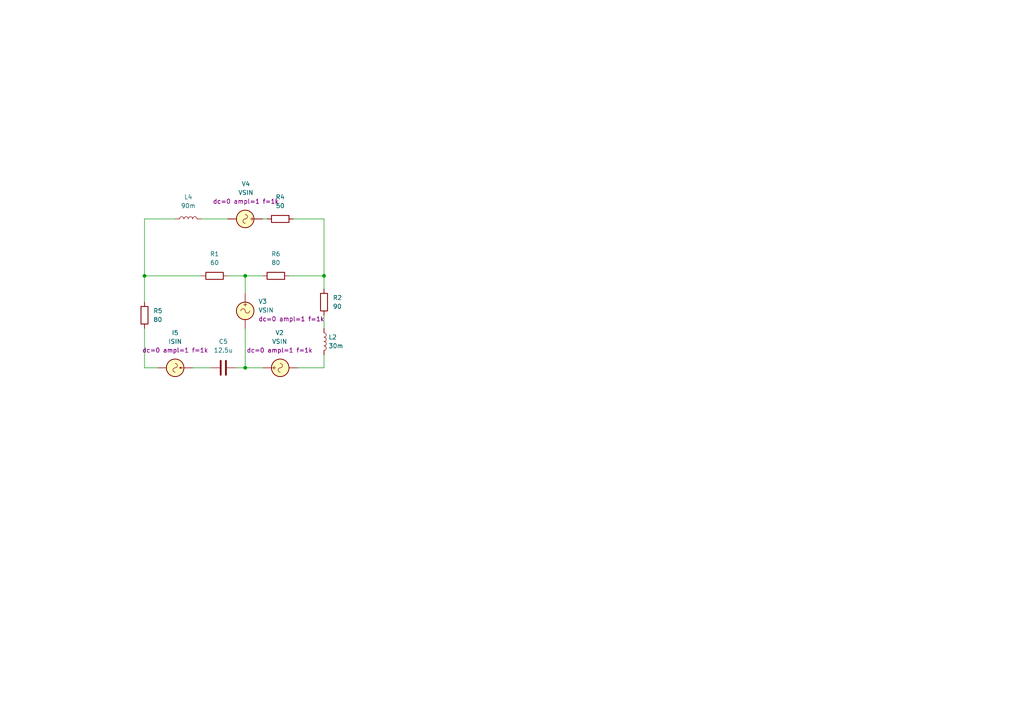
<source format=kicad_sch>
(kicad_sch (version 20211123) (generator eeschema)
  (paper "A4")
  (lib_symbols
    (symbol "Device:C" (pin_numbers hide) (pin_names (offset 0.254))
      (property "Reference" "C" (at 0.635 2.54 0))
      (property "Value" "C" (at 0.635 -2.54 0))
      (symbol "C_0_1"
        (polyline (pts (xy -2.032 -0.762) (xy 2.032 -0.762)) (stroke (width 0.508)))
        (polyline (pts (xy -2.032 0.762) (xy 2.032 0.762)) (stroke (width 0.508)))
      )
      (symbol "C_1_1"
        (pin passive line (at 0 3.81 270) (length 2.794) (name "~") (number "1"))
        (pin passive line (at 0 -3.81 90) (length 2.794) (name "~") (number "2"))
      )
    )
    (symbol "Device:L" (pin_numbers hide) (pin_names (offset 1.016) hide)
      (property "Reference" "L" (at -1.27 0 90))
      (property "Value" "L" (at 1.905 0 90))
      (symbol "L_0_1"
        (arc (start 0 -2.54) (mid 0.635 -1.905) (end 0 -1.27))
        (arc (start 0 -1.27) (mid 0.635 -0.635) (end 0 0))
        (arc (start 0 0) (mid 0.635 0.635) (end 0 1.27))
        (arc (start 0 1.27) (mid 0.635 1.905) (end 0 2.54))
      )
      (symbol "L_1_1"
        (pin passive line (at 0 3.81 270) (length 1.27) (name "1") (number "1"))
        (pin passive line (at 0 -3.81 90) (length 1.27) (name "2") (number "2"))
      )
    )
    (symbol "Device:R" (pin_numbers hide) (pin_names (offset 0))
      (property "Reference" "R" (at 2.032 0 90))
      (property "Value" "R" (at 0 0 90))
      (symbol "R_0_1"
        (rectangle (start -1.016 -2.54) (end 1.016 2.54) (stroke (width 0.254)))
      )
      (symbol "R_1_1"
        (pin passive line (at 0 3.81 270) (length 1.27) (name "~") (number "1"))
        (pin passive line (at 0 -3.81 90) (length 1.27) (name "~") (number "2"))
      )
    )
    (symbol "Simulation_SPICE:ISIN" (pin_numbers hide) (pin_names (offset 0.0254))
      (property "Reference" "I" (at 2.54 2.54 0))
      (property "Value" "ISIN" (at 2.54 0 0))
      (property "Spice_Model" "sin(0 1 1k)" (at 2.54 -2.54 0))
      (symbol "ISIN_0_0"
        (arc (start 0 0) (mid -0.635 0.635) (end -1.27 0))
        (arc (start 0 0) (mid 0.635 -0.635) (end 1.27 0))
      )
      (symbol "ISIN_0_1"
        (polyline (pts (xy 0 1.27) (xy 0 2.286)))
        (polyline (pts (xy -0.254 1.778) (xy 0 1.27) (xy 0.254 1.778)))
        (circle (center 0 0) (radius 2.54) (stroke (width 0.254)) (fill (type background)))
      )
      (symbol "ISIN_1_1"
        (pin passive line (at 0 5.08 270) (length 2.54) (name "~") (number "1"))
        (pin passive line (at 0 -5.08 90) (length 2.54) (name "~") (number "2"))
      )
    )
    (symbol "Simulation_SPICE:VSIN" (pin_numbers hide) (pin_names (offset 0.0254))
      (property "Reference" "V" (at 2.54 2.54 0))
      (property "Value" "VSIN" (at 2.54 0 0))
      (property "Spice_Model" "sin(0 1 1k)" (at 2.54 -2.54 0))
      (symbol "VSIN_0_0"
        (arc (start 0 0) (mid -0.635 0.635) (end -1.27 0))
        (arc (start 0 0) (mid 0.635 -0.635) (end 1.27 0))
        (text "+" (at 0 1.905 0) (effects (font (size 1.27 1.27))))
      )
      (symbol "VSIN_0_1"
        (circle (center 0 0) (radius 2.54) (stroke (width 0.254)) (fill (type background)))
      )
      (symbol "VSIN_1_1"
        (pin passive line (at 0 5.08 270) (length 2.54) (name "~") (number "1"))
        (pin passive line (at 0 -5.08 90) (length 2.54) (name "~") (number "2"))
      )
    )
  )
  (junction (at 93.98 80.01))
  (junction (at 71.12 80.01))
  (junction (at 71.12 106.68))
  (junction (at 41.91 80.01))
  (wire (pts (xy 45.72 106.68) (xy 41.91 106.68)))
  (wire (pts (xy 66.04 80.01) (xy 71.12 80.01)))
  (wire (pts (xy 85.09 63.5) (xy 93.98 63.5)))
  (wire (pts (xy 41.91 80.01) (xy 41.91 87.63)))
  (wire (pts (xy 71.12 106.68) (xy 68.58 106.68)))
  (wire (pts (xy 55.88 106.68) (xy 60.96 106.68)))
  (wire (pts (xy 86.36 106.68) (xy 93.98 106.68)))
  (wire (pts (xy 58.42 63.5) (xy 66.04 63.5)))
  (wire (pts (xy 93.98 95.25) (xy 93.98 91.44)))
  (wire (pts (xy 41.91 106.68) (xy 41.91 95.25)))
  (wire (pts (xy 41.91 63.5) (xy 41.91 80.01)))
  (wire (pts (xy 41.91 80.01) (xy 58.42 80.01)))
  (wire (pts (xy 76.2 106.68) (xy 71.12 106.68)))
  (wire (pts (xy 71.12 80.01) (xy 76.2 80.01)))
  (wire (pts (xy 50.8 63.5) (xy 41.91 63.5)))
  (wire (pts (xy 77.47 63.5) (xy 76.2 63.5)))
  (wire (pts (xy 93.98 83.82) (xy 93.98 80.01)))
  (wire (pts (xy 93.98 63.5) (xy 93.98 80.01)))
  (wire (pts (xy 71.12 80.01) (xy 71.12 85.09)))
  (wire (pts (xy 93.98 80.01) (xy 83.82 80.01)))
  (wire (pts (xy 93.98 106.68) (xy 93.98 102.87)))
  (wire (pts (xy 71.12 106.68) (xy 71.12 95.25)))
  (symbol (lib_id "Device:L") (at 93.98 99.06 0) (unit 1)
    (property "Reference" "L2" (at 95.25 97.7899 0) (effects (justify left)))
    (property "Value" "30m" (at 95.25 100.3299 0) (effects (justify left)))
  )
  (symbol (lib_id "Device:L") (at 54.61 63.5 90) (unit 1)
    (property "Reference" "L4" (at 54.61 57.15 90))
    (property "Value" "90m" (at 54.61 59.69 90))
  )
  (symbol (lib_id "Simulation_SPICE:VSIN") (at 71.12 90.17 0) (unit 1)
    (property "Reference" "V3" (at 74.93 87.4401 0) (effects (justify left)))
    (property "Value" "VSIN" (at 74.93 89.9801 0) (effects (justify left)))
    (property "Spice_Netlist_Enabled" "Y" (effects hide))
    (property "Spice_Primitive" "V" (effects hide))
    (property "Spice_Model" "sin(0 1 1k)" (at 74.93 92.5201 0) (effects (justify left)))
  )
  (symbol (lib_id "Device:R") (at 80.01 80.01 90) (unit 1)
    (property "Reference" "R6" (at 80.01 73.66 90))
    (property "Value" "80" (at 80.01 76.2 90))
  )
  (symbol (lib_id "Device:R") (at 93.98 87.63 0) (unit 1)
    (property "Reference" "R2" (at 96.52 86.3599 0) (effects (justify left)))
    (property "Value" "90" (at 96.52 88.8999 0) (effects (justify left)))
  )
  (symbol (lib_id "Device:C") (at 64.77 106.68 90) (unit 1)
    (property "Reference" "C5" (at 64.77 99.06 90))
    (property "Value" "12.5u" (at 64.77 101.6 90))
  )
  (symbol (lib_id "Simulation_SPICE:VSIN") (at 71.12 63.5 270) (unit 1)
    (property "Reference" "V4" (at 71.3097 53.34 90))
    (property "Value" "VSIN" (at 71.3097 55.88 90))
    (property "Spice_Netlist_Enabled" "Y" (effects hide))
    (property "Spice_Primitive" "V" (effects hide))
    (property "Spice_Model" "sin(0 1 1k)" (at 71.3097 58.42 90))
  )
  (symbol (lib_id "Device:R") (at 62.23 80.01 90) (unit 1)
    (property "Reference" "R1" (at 62.23 73.66 90))
    (property "Value" "60" (at 62.23 76.2 90))
  )
  (symbol (lib_id "Simulation_SPICE:VSIN") (at 81.28 106.68 90) (unit 1)
    (property "Reference" "V2" (at 81.0902 96.52 90))
    (property "Value" "VSIN" (at 81.0902 99.06 90))
    (property "Spice_Netlist_Enabled" "Y" (effects hide))
    (property "Spice_Primitive" "V" (effects hide))
    (property "Spice_Model" "sin(0 1 1k)" (at 81.0902 101.6 90))
  )
  (symbol (lib_id "Device:R") (at 41.91 91.44 0) (unit 1)
    (property "Reference" "R5" (at 44.45 90.1699 0) (effects (justify left)))
    (property "Value" "80" (at 44.45 92.7099 0) (effects (justify left)))
  )
  (symbol (lib_id "Simulation_SPICE:ISIN") (at 50.8 106.68 270) (unit 1)
    (property "Reference" "I5" (at 50.8 96.52 90))
    (property "Value" "ISIN" (at 50.8 99.06 90))
    (property "Spice_Netlist_Enabled" "Y" (effects hide))
    (property "Spice_Primitive" "I" (effects hide))
    (property "Spice_Model" "sin(0 1 1k)" (at 50.8 101.6 90))
  )
  (symbol (lib_id "Device:R") (at 81.28 63.5 90) (unit 1)
    (property "Reference" "R4" (at 81.28 57.15 90))
    (property "Value" "50" (at 81.28 59.69 90))
  )
)
</source>
